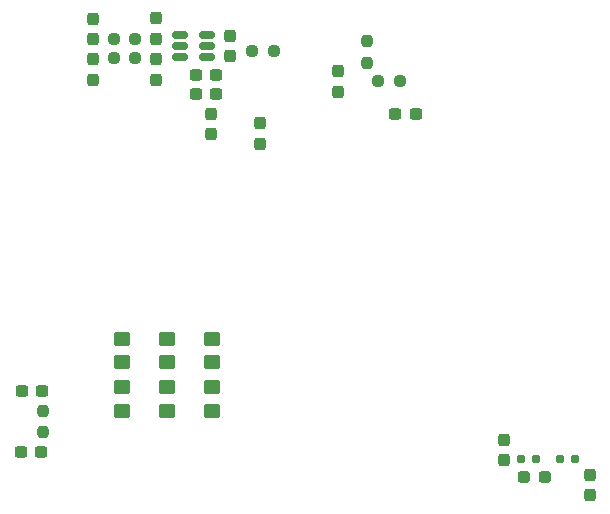
<source format=gbr>
%TF.GenerationSoftware,KiCad,Pcbnew,8.0.9-8.0.9-0~ubuntu22.04.1*%
%TF.CreationDate,2025-06-08T18:36:03+02:00*%
%TF.ProjectId,LO_synth_ADF4351_module,4c4f5f73-796e-4746-985f-414446343335,rev?*%
%TF.SameCoordinates,Original*%
%TF.FileFunction,Paste,Bot*%
%TF.FilePolarity,Positive*%
%FSLAX46Y46*%
G04 Gerber Fmt 4.6, Leading zero omitted, Abs format (unit mm)*
G04 Created by KiCad (PCBNEW 8.0.9-8.0.9-0~ubuntu22.04.1) date 2025-06-08 18:36:03*
%MOMM*%
%LPD*%
G01*
G04 APERTURE LIST*
G04 Aperture macros list*
%AMRoundRect*
0 Rectangle with rounded corners*
0 $1 Rounding radius*
0 $2 $3 $4 $5 $6 $7 $8 $9 X,Y pos of 4 corners*
0 Add a 4 corners polygon primitive as box body*
4,1,4,$2,$3,$4,$5,$6,$7,$8,$9,$2,$3,0*
0 Add four circle primitives for the rounded corners*
1,1,$1+$1,$2,$3*
1,1,$1+$1,$4,$5*
1,1,$1+$1,$6,$7*
1,1,$1+$1,$8,$9*
0 Add four rect primitives between the rounded corners*
20,1,$1+$1,$2,$3,$4,$5,0*
20,1,$1+$1,$4,$5,$6,$7,0*
20,1,$1+$1,$6,$7,$8,$9,0*
20,1,$1+$1,$8,$9,$2,$3,0*%
G04 Aperture macros list end*
%ADD10RoundRect,0.250000X-0.450000X0.350000X-0.450000X-0.350000X0.450000X-0.350000X0.450000X0.350000X0*%
%ADD11RoundRect,0.237500X0.237500X-0.300000X0.237500X0.300000X-0.237500X0.300000X-0.237500X-0.300000X0*%
%ADD12RoundRect,0.237500X-0.250000X-0.237500X0.250000X-0.237500X0.250000X0.237500X-0.250000X0.237500X0*%
%ADD13RoundRect,0.237500X-0.237500X0.250000X-0.237500X-0.250000X0.237500X-0.250000X0.237500X0.250000X0*%
%ADD14RoundRect,0.237500X-0.300000X-0.237500X0.300000X-0.237500X0.300000X0.237500X-0.300000X0.237500X0*%
%ADD15RoundRect,0.150000X0.512500X0.150000X-0.512500X0.150000X-0.512500X-0.150000X0.512500X-0.150000X0*%
%ADD16RoundRect,0.237500X-0.237500X0.300000X-0.237500X-0.300000X0.237500X-0.300000X0.237500X0.300000X0*%
%ADD17RoundRect,0.237500X0.300000X0.237500X-0.300000X0.237500X-0.300000X-0.237500X0.300000X-0.237500X0*%
%ADD18RoundRect,0.237500X0.250000X0.237500X-0.250000X0.237500X-0.250000X-0.237500X0.250000X-0.237500X0*%
%ADD19RoundRect,0.237500X-0.237500X0.287500X-0.237500X-0.287500X0.237500X-0.287500X0.237500X0.287500X0*%
%ADD20RoundRect,0.160000X0.197500X0.160000X-0.197500X0.160000X-0.197500X-0.160000X0.197500X-0.160000X0*%
%ADD21RoundRect,0.237500X0.287500X0.237500X-0.287500X0.237500X-0.287500X-0.237500X0.287500X-0.237500X0*%
G04 APERTURE END LIST*
D10*
%TO.C,R31*%
X87100000Y-68687500D03*
X87100000Y-70687500D03*
%TD*%
D11*
%TO.C,C110*%
X88600000Y-40662500D03*
X88600000Y-38937500D03*
%TD*%
D12*
%TO.C,R41*%
X90487500Y-40200000D03*
X92312500Y-40200000D03*
%TD*%
D10*
%TO.C,R27*%
X83300000Y-68687500D03*
X83300000Y-70687500D03*
%TD*%
D13*
%TO.C,R39*%
X100200000Y-39387500D03*
X100200000Y-41212500D03*
%TD*%
D14*
%TO.C,C23*%
X71025000Y-69000000D03*
X72750000Y-69000000D03*
%TD*%
D13*
%TO.C,R9*%
X72787500Y-70687500D03*
X72787500Y-72512500D03*
%TD*%
D10*
%TO.C,R30*%
X87100000Y-64600000D03*
X87100000Y-66600000D03*
%TD*%
D15*
%TO.C,U10*%
X86675000Y-38850000D03*
X86675000Y-39800000D03*
X86675000Y-40750000D03*
X84400000Y-40750000D03*
X84400000Y-39800000D03*
X84400000Y-38850000D03*
%TD*%
D11*
%TO.C,C51*%
X119150000Y-77862500D03*
X119150000Y-76137500D03*
%TD*%
D16*
%TO.C,C88*%
X111800000Y-73137500D03*
X111800000Y-74862500D03*
%TD*%
D17*
%TO.C,C116*%
X87462500Y-43900000D03*
X85737500Y-43900000D03*
%TD*%
D11*
%TO.C,C114*%
X82400000Y-42662500D03*
X82400000Y-40937500D03*
%TD*%
%TO.C,C127*%
X87000000Y-47262500D03*
X87000000Y-45537500D03*
%TD*%
D14*
%TO.C,C36*%
X70925000Y-74200000D03*
X72650000Y-74200000D03*
%TD*%
D10*
%TO.C,R28*%
X79500000Y-64600000D03*
X79500000Y-66600000D03*
%TD*%
D18*
%TO.C,R106*%
X103012500Y-42800000D03*
X101187500Y-42800000D03*
%TD*%
D10*
%TO.C,R29*%
X79500000Y-68687500D03*
X79500000Y-70687500D03*
%TD*%
D19*
%TO.C,FB13*%
X91200000Y-46325000D03*
X91200000Y-48075000D03*
%TD*%
D12*
%TO.C,R43*%
X78800000Y-40800000D03*
X80625000Y-40800000D03*
%TD*%
D16*
%TO.C,C113*%
X77000000Y-37537500D03*
X77000000Y-39262500D03*
%TD*%
D10*
%TO.C,R26*%
X83300000Y-64600000D03*
X83300000Y-66600000D03*
%TD*%
D19*
%TO.C,FB10*%
X97800000Y-41925000D03*
X97800000Y-43675000D03*
%TD*%
D12*
%TO.C,R42*%
X78800000Y-39200000D03*
X80625000Y-39200000D03*
%TD*%
D17*
%TO.C,C117*%
X87462500Y-42300000D03*
X85737500Y-42300000D03*
%TD*%
D20*
%TO.C,R104*%
X117797500Y-74800000D03*
X116602500Y-74800000D03*
%TD*%
D17*
%TO.C,C44*%
X104362500Y-45600000D03*
X102637500Y-45600000D03*
%TD*%
D11*
%TO.C,C112*%
X77000000Y-42662500D03*
X77000000Y-40937500D03*
%TD*%
D20*
%TO.C,R103*%
X114497500Y-74800000D03*
X113302500Y-74800000D03*
%TD*%
D21*
%TO.C,FB9*%
X115275000Y-76300000D03*
X113525000Y-76300000D03*
%TD*%
D16*
%TO.C,C115*%
X82400000Y-37475000D03*
X82400000Y-39200000D03*
%TD*%
M02*

</source>
